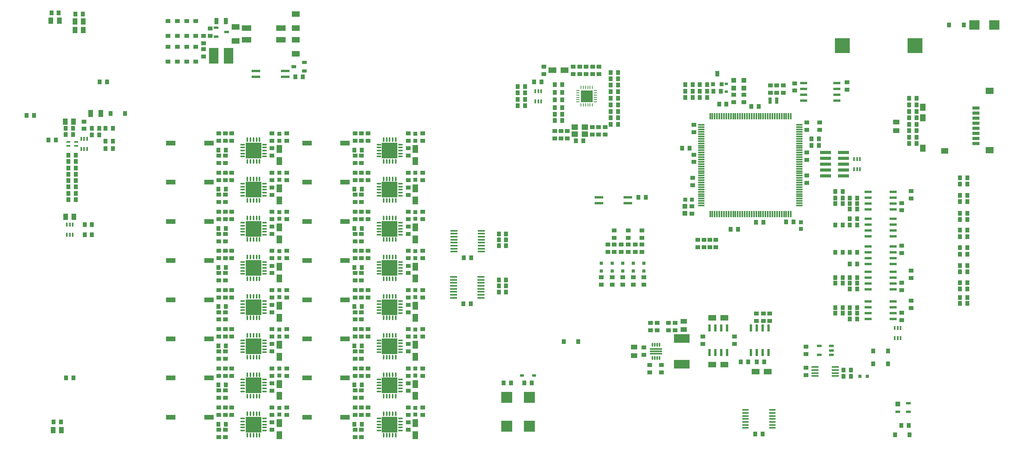
<source format=gtp>
G04*
G04 #@! TF.GenerationSoftware,Altium Limited,Altium Designer,24.7.2 (38)*
G04*
G04 Layer_Color=8421504*
%FSLAX25Y25*%
%MOIN*%
G70*
G04*
G04 #@! TF.SameCoordinates,7466D0F8-E9CD-42B0-AAD5-FE8217CC6D43*
G04*
G04*
G04 #@! TF.FilePolarity,Positive*
G04*
G01*
G75*
%ADD23R,0.03543X0.03937*%
%ADD24R,0.01378X0.05315*%
%ADD25R,0.03937X0.03543*%
%ADD26R,0.03937X0.03740*%
%ADD27R,0.03740X0.03937*%
%ADD28R,0.07087X0.04921*%
%ADD29R,0.03937X0.05906*%
%ADD30R,0.04134X0.05512*%
%ADD31R,0.03740X0.03937*%
%ADD32R,0.03622X0.04252*%
%ADD33R,0.01575X0.03740*%
%ADD34R,0.03543X0.01575*%
%ADD35R,0.03937X0.03740*%
%ADD36R,0.07284X0.02362*%
%ADD37R,0.04252X0.03622*%
%ADD38R,0.07874X0.13780*%
%ADD39R,0.04134X0.02362*%
%ADD40R,0.03740X0.05512*%
%ADD41R,0.07087X0.04528*%
%ADD42R,0.04134X0.02559*%
%ADD43R,0.07874X0.04724*%
%ADD44R,0.03937X0.03937*%
%ADD45R,0.12500X0.12500*%
%ADD46R,0.05512X0.04134*%
%ADD47R,0.09055X0.08465*%
%ADD48R,0.05906X0.03150*%
%ADD49R,0.06693X0.05512*%
%ADD50R,0.04528X0.05906*%
%ADD51R,0.05906X0.04528*%
%ADD52R,0.09449X0.02913*%
%ADD53R,0.02717X0.01102*%
%ADD54R,0.03150X0.02362*%
%ADD55R,0.03150X0.03150*%
%ADD56R,0.02362X0.06102*%
%ADD57R,0.03600X0.03600*%
%ADD58R,0.03600X0.05000*%
%ADD59R,0.09646X0.09252*%
%ADD60R,0.03543X0.01968*%
%ADD61R,0.06299X0.02362*%
%ADD62R,0.13386X0.07284*%
%ADD63O,0.01378X0.04134*%
%ADD64O,0.04134X0.01378*%
%ADD65R,0.13189X0.13189*%
%ADD66R,0.03937X0.03937*%
%ADD67R,0.05906X0.01772*%
%ADD68R,0.04921X0.07087*%
%ADD69R,0.03937X0.03347*%
%ADD70R,0.03740X0.03740*%
%ADD71R,0.08465X0.04331*%
%ADD72R,0.05512X0.04528*%
%ADD73R,0.03150X0.03150*%
%ADD74R,0.03740X0.03740*%
%ADD75R,0.05315X0.01378*%
%ADD76R,0.06102X0.02362*%
%ADD77R,0.04331X0.02362*%
%ADD78R,0.09843X0.09843*%
%ADD79R,0.01102X0.02717*%
%ADD80R,0.05709X0.01772*%
%ADD81R,0.03937X0.02362*%
%ADD82O,0.10827X0.01181*%
%ADD83O,0.01181X0.03347*%
%ADD84R,0.02953X0.05512*%
D23*
X773622Y272047D02*
D03*
X767323D02*
D03*
X773622Y294094D02*
D03*
X767323D02*
D03*
X816929Y201575D02*
D03*
X816929Y207087D02*
D03*
Y231890D02*
D03*
Y237402D02*
D03*
X39370Y269685D02*
D03*
X33071D02*
D03*
X20472Y290551D02*
D03*
X14173D02*
D03*
X471260Y316929D02*
D03*
X464961D02*
D03*
X623622Y79921D02*
D03*
X629921D02*
D03*
X47638Y274410D02*
D03*
X53937D02*
D03*
X87795Y279528D02*
D03*
X81496D02*
D03*
X464961Y297244D02*
D03*
X471260D02*
D03*
Y291732D02*
D03*
X464961D02*
D03*
X55905Y377165D02*
D03*
X62205D02*
D03*
X250000Y323623D02*
D03*
X243701D02*
D03*
X810630Y201575D02*
D03*
X810630Y207087D02*
D03*
X433268Y315354D02*
D03*
X439567D02*
D03*
X433268Y309842D02*
D03*
X439567D02*
D03*
X433268Y304331D02*
D03*
X439567D02*
D03*
X433268Y298819D02*
D03*
X439567D02*
D03*
X464961Y310236D02*
D03*
X471260D02*
D03*
X464961Y303937D02*
D03*
X471260D02*
D03*
X76378Y274016D02*
D03*
X70079D02*
D03*
Y279528D02*
D03*
X76378D02*
D03*
X710630Y225590D02*
D03*
X704331D02*
D03*
X600394Y311417D02*
D03*
X606693D02*
D03*
X716535Y173622D02*
D03*
X722835D02*
D03*
X704331D02*
D03*
X710630D02*
D03*
X438878Y62106D02*
D03*
X445177D02*
D03*
X421161D02*
D03*
X427461D02*
D03*
X542520Y220472D02*
D03*
X536221D02*
D03*
X816929Y172047D02*
D03*
Y177559D02*
D03*
X810630Y172047D02*
D03*
Y177559D02*
D03*
Y142126D02*
D03*
Y147638D02*
D03*
Y231890D02*
D03*
Y237402D02*
D03*
X518898Y288583D02*
D03*
X512598D02*
D03*
X704375Y121653D02*
D03*
X710674D02*
D03*
X704331Y151969D02*
D03*
X710630D02*
D03*
X704331Y147244D02*
D03*
X710630D02*
D03*
X766929Y25591D02*
D03*
X760630D02*
D03*
X423425Y189170D02*
D03*
X417126D02*
D03*
Y150000D02*
D03*
X423425D02*
D03*
Y179134D02*
D03*
X417126D02*
D03*
X423425Y184252D02*
D03*
X417126D02*
D03*
Y144882D02*
D03*
X423425D02*
D03*
X417126Y139764D02*
D03*
X423425D02*
D03*
X177953Y26772D02*
D03*
X184252D02*
D03*
X294094Y127165D02*
D03*
X300394D02*
D03*
X177953Y160630D02*
D03*
X184252D02*
D03*
X300394D02*
D03*
X294094D02*
D03*
X184252Y194095D02*
D03*
X177953D02*
D03*
X300394D02*
D03*
X294094D02*
D03*
X184252Y227559D02*
D03*
X177953D02*
D03*
X300394D02*
D03*
X294094D02*
D03*
X184252Y261024D02*
D03*
X177953D02*
D03*
X300394D02*
D03*
X294094D02*
D03*
X690158Y270472D02*
D03*
X683858D02*
D03*
X63779Y197244D02*
D03*
X70079D02*
D03*
X512598Y327165D02*
D03*
X518898D02*
D03*
X63779Y188583D02*
D03*
X70079D02*
D03*
X722835Y151969D02*
D03*
X716535D02*
D03*
X722835Y121653D02*
D03*
X716535D02*
D03*
X594882Y305906D02*
D03*
X588583D02*
D03*
X722835Y215354D02*
D03*
X716535D02*
D03*
X722835Y147244D02*
D03*
X716535D02*
D03*
X722835Y126378D02*
D03*
X716535D02*
D03*
X722835Y196850D02*
D03*
X716535D02*
D03*
X722835Y220079D02*
D03*
X716535D02*
D03*
X41732Y378346D02*
D03*
X35433D02*
D03*
X37402Y28740D02*
D03*
X43701D02*
D03*
X56299Y224016D02*
D03*
X50000D02*
D03*
X56299Y218504D02*
D03*
X50000D02*
D03*
Y229528D02*
D03*
X56299D02*
D03*
Y235039D02*
D03*
X50000D02*
D03*
X56299Y240158D02*
D03*
X50000D02*
D03*
X56299Y245669D02*
D03*
X50000D02*
D03*
X56299Y251181D02*
D03*
X50000D02*
D03*
X56299Y256693D02*
D03*
X50000D02*
D03*
X711417Y67716D02*
D03*
X717717D02*
D03*
Y72835D02*
D03*
X711417D02*
D03*
X512598Y311024D02*
D03*
X518898D02*
D03*
X512598Y322047D02*
D03*
X518898D02*
D03*
X512598Y316535D02*
D03*
X518898D02*
D03*
X512598Y283071D02*
D03*
X518898D02*
D03*
X512598Y294094D02*
D03*
X518898D02*
D03*
X512598Y299606D02*
D03*
X518898D02*
D03*
X573622Y262598D02*
D03*
X579921D02*
D03*
X816929Y192520D02*
D03*
X810630D02*
D03*
X816929Y187008D02*
D03*
X810630D02*
D03*
X767323Y305118D02*
D03*
X773622D02*
D03*
X767323Y266535D02*
D03*
X773622D02*
D03*
X767323Y299606D02*
D03*
X773622D02*
D03*
X767323Y277559D02*
D03*
X773622D02*
D03*
X767323Y288583D02*
D03*
X773622D02*
D03*
X184252Y127165D02*
D03*
X177953D02*
D03*
X300394Y93701D02*
D03*
X294094D02*
D03*
X184252D02*
D03*
X177953D02*
D03*
X294094Y60236D02*
D03*
X300394D02*
D03*
X184252D02*
D03*
X177953D02*
D03*
X300394Y26772D02*
D03*
X294094D02*
D03*
X683858Y264961D02*
D03*
X690158D02*
D03*
X48031Y66142D02*
D03*
X54331D02*
D03*
X816929Y142126D02*
D03*
X710630Y126378D02*
D03*
X704331D02*
D03*
Y215354D02*
D03*
X710630D02*
D03*
X704331Y220079D02*
D03*
X710630D02*
D03*
Y196850D02*
D03*
X704331D02*
D03*
X810630Y216929D02*
D03*
X816929D02*
D03*
X810630Y222441D02*
D03*
X816929D02*
D03*
X810630Y129921D02*
D03*
X816929D02*
D03*
X810630Y135039D02*
D03*
X816929D02*
D03*
Y147638D02*
D03*
X810630Y157087D02*
D03*
X816929D02*
D03*
X810630Y162205D02*
D03*
X816929D02*
D03*
D24*
X656496Y206201D02*
D03*
X658465D02*
D03*
X666339D02*
D03*
X664370D02*
D03*
X662402D02*
D03*
X660433D02*
D03*
X654528D02*
D03*
X652559D02*
D03*
X650591D02*
D03*
X648622D02*
D03*
X646654D02*
D03*
X644685D02*
D03*
X642717D02*
D03*
X640748D02*
D03*
X638779D02*
D03*
X636811D02*
D03*
X634842D02*
D03*
X632874D02*
D03*
X630905D02*
D03*
X628937D02*
D03*
X626968D02*
D03*
X625000D02*
D03*
X623032D02*
D03*
X621063D02*
D03*
X619095D02*
D03*
X617126D02*
D03*
X615158D02*
D03*
X613189D02*
D03*
X611221D02*
D03*
X609252D02*
D03*
X607283D02*
D03*
X605315D02*
D03*
X603346D02*
D03*
X601378D02*
D03*
X597441D02*
D03*
X599409Y289862D02*
D03*
X601378D02*
D03*
X603346D02*
D03*
X605315D02*
D03*
X607283D02*
D03*
X609252D02*
D03*
X611221D02*
D03*
X613189D02*
D03*
X617126D02*
D03*
X619095D02*
D03*
X621063D02*
D03*
X623032D02*
D03*
X625000D02*
D03*
X626968D02*
D03*
X628937D02*
D03*
X630905D02*
D03*
X632874D02*
D03*
X634842D02*
D03*
X636811D02*
D03*
X638779D02*
D03*
X640748D02*
D03*
X642717D02*
D03*
X644685D02*
D03*
X646654D02*
D03*
X648622D02*
D03*
X650591D02*
D03*
X652559D02*
D03*
X654528D02*
D03*
X656496D02*
D03*
X658465D02*
D03*
X660433D02*
D03*
X662402D02*
D03*
X664370D02*
D03*
X666339D02*
D03*
X615158D02*
D03*
X597441D02*
D03*
X599409Y206201D02*
D03*
D25*
X637008Y114961D02*
D03*
Y121260D02*
D03*
X502756Y332283D02*
D03*
Y325984D02*
D03*
X497244D02*
D03*
Y332283D02*
D03*
X491732D02*
D03*
Y325984D02*
D03*
X165354Y340946D02*
D03*
Y347246D02*
D03*
Y358663D02*
D03*
Y352364D02*
D03*
X170866Y364962D02*
D03*
Y358663D02*
D03*
X768898Y225984D02*
D03*
Y219685D02*
D03*
Y132283D02*
D03*
Y125984D02*
D03*
Y157874D02*
D03*
Y151575D02*
D03*
X513779Y152362D02*
D03*
Y146063D02*
D03*
X531890D02*
D03*
Y152362D02*
D03*
X522835D02*
D03*
Y146063D02*
D03*
X504724D02*
D03*
Y152362D02*
D03*
X540945D02*
D03*
Y146063D02*
D03*
X527559Y192126D02*
D03*
Y185827D02*
D03*
X539370D02*
D03*
Y192126D02*
D03*
X515748Y180315D02*
D03*
Y174016D02*
D03*
Y192126D02*
D03*
Y185827D02*
D03*
X527559Y180315D02*
D03*
Y174016D02*
D03*
X539370D02*
D03*
Y180315D02*
D03*
X690945Y284646D02*
D03*
Y278346D02*
D03*
X669685Y318110D02*
D03*
Y311811D02*
D03*
X178347Y22047D02*
D03*
Y15748D02*
D03*
Y49213D02*
D03*
Y55512D02*
D03*
X294488D02*
D03*
Y49213D02*
D03*
X178347Y88976D02*
D03*
Y82677D02*
D03*
X189370Y68110D02*
D03*
Y74410D02*
D03*
X294488Y88976D02*
D03*
Y82677D02*
D03*
X178347Y122441D02*
D03*
Y116142D02*
D03*
X294488Y122441D02*
D03*
Y116142D02*
D03*
X178347Y155905D02*
D03*
Y149606D02*
D03*
X294488D02*
D03*
Y155905D02*
D03*
X178347Y183071D02*
D03*
Y189370D02*
D03*
X294488Y183071D02*
D03*
Y189370D02*
D03*
X178347Y216535D02*
D03*
Y222835D02*
D03*
X294488Y216535D02*
D03*
Y222835D02*
D03*
X178347Y250000D02*
D03*
Y256299D02*
D03*
X294488Y250000D02*
D03*
Y256299D02*
D03*
X189370Y34646D02*
D03*
Y40945D02*
D03*
X761024Y122047D02*
D03*
Y115748D02*
D03*
Y179291D02*
D03*
Y172992D02*
D03*
X761024Y147638D02*
D03*
Y141339D02*
D03*
X761024Y215748D02*
D03*
Y209449D02*
D03*
X475591Y270866D02*
D03*
Y277165D02*
D03*
X597244Y177953D02*
D03*
Y184252D02*
D03*
X602362Y177953D02*
D03*
Y184252D02*
D03*
X592126Y177953D02*
D03*
Y184252D02*
D03*
X587008Y177953D02*
D03*
Y184252D02*
D03*
X470276Y277264D02*
D03*
Y270965D02*
D03*
X464961Y270866D02*
D03*
Y277165D02*
D03*
X305512Y208268D02*
D03*
Y201969D02*
D03*
Y241732D02*
D03*
Y235433D02*
D03*
X183858Y168504D02*
D03*
Y174803D02*
D03*
X189370Y168504D02*
D03*
Y174803D02*
D03*
X183858Y208268D02*
D03*
Y201969D02*
D03*
X189370Y208268D02*
D03*
Y201969D02*
D03*
X300000Y174803D02*
D03*
Y168504D02*
D03*
Y208268D02*
D03*
Y201969D02*
D03*
X189370Y241732D02*
D03*
Y235433D02*
D03*
X300000Y241732D02*
D03*
Y235433D02*
D03*
X189370Y275197D02*
D03*
Y268898D02*
D03*
X300000Y275197D02*
D03*
Y268898D02*
D03*
X183858Y241732D02*
D03*
Y235433D02*
D03*
Y275197D02*
D03*
Y268898D02*
D03*
X305512Y275197D02*
D03*
Y268898D02*
D03*
Y174803D02*
D03*
Y168504D02*
D03*
X555906Y70867D02*
D03*
Y77166D02*
D03*
X294488Y22047D02*
D03*
Y15748D02*
D03*
X183858Y34646D02*
D03*
Y40945D02*
D03*
X546457Y113386D02*
D03*
Y107087D02*
D03*
X552362Y113386D02*
D03*
Y107087D02*
D03*
X189370Y101575D02*
D03*
Y107874D02*
D03*
X183858Y101575D02*
D03*
Y107874D02*
D03*
X305512Y40945D02*
D03*
Y34646D02*
D03*
X300000Y40945D02*
D03*
Y34646D02*
D03*
X183858Y74410D02*
D03*
Y68110D02*
D03*
X189370Y135039D02*
D03*
Y141339D02*
D03*
X183858Y135039D02*
D03*
Y141339D02*
D03*
X305512Y101575D02*
D03*
Y107874D02*
D03*
X300000Y101575D02*
D03*
Y107874D02*
D03*
X305512Y135039D02*
D03*
Y141339D02*
D03*
X300000Y135039D02*
D03*
Y141339D02*
D03*
Y68110D02*
D03*
Y74410D02*
D03*
X305512Y68110D02*
D03*
Y74410D02*
D03*
D26*
X642913Y114961D02*
D03*
Y121260D02*
D03*
X648425D02*
D03*
Y114961D02*
D03*
X486221Y325984D02*
D03*
Y332283D02*
D03*
X455512Y325984D02*
D03*
Y332283D02*
D03*
X63386Y285433D02*
D03*
Y279134D02*
D03*
X510201Y174016D02*
D03*
Y180315D02*
D03*
X521654Y174016D02*
D03*
Y180315D02*
D03*
X533464D02*
D03*
Y174016D02*
D03*
X591339Y101575D02*
D03*
Y95276D02*
D03*
X618110D02*
D03*
Y101575D02*
D03*
X714173Y318898D02*
D03*
Y312598D02*
D03*
X679921Y278346D02*
D03*
Y284646D02*
D03*
X583465Y282677D02*
D03*
Y276378D02*
D03*
X223622Y28248D02*
D03*
Y21949D02*
D03*
X339764Y55413D02*
D03*
Y61713D02*
D03*
X223622Y95177D02*
D03*
Y88878D02*
D03*
X339764Y95177D02*
D03*
Y88878D02*
D03*
X223622Y128642D02*
D03*
Y122343D02*
D03*
X339764Y128642D02*
D03*
Y122343D02*
D03*
X223622Y162106D02*
D03*
Y155807D02*
D03*
X339764D02*
D03*
Y162106D02*
D03*
X223622Y189272D02*
D03*
Y195571D02*
D03*
X339764Y189272D02*
D03*
Y195571D02*
D03*
X223622Y222736D02*
D03*
Y229035D02*
D03*
Y34646D02*
D03*
Y40945D02*
D03*
X339764Y241732D02*
D03*
Y235433D02*
D03*
Y222736D02*
D03*
Y229035D02*
D03*
X300000Y22047D02*
D03*
Y15748D02*
D03*
X223622Y275197D02*
D03*
Y268898D02*
D03*
Y256201D02*
D03*
Y262500D02*
D03*
X339764Y275197D02*
D03*
Y268898D02*
D03*
Y256201D02*
D03*
Y262500D02*
D03*
X223622Y168504D02*
D03*
Y174803D02*
D03*
X496850Y280709D02*
D03*
Y274409D02*
D03*
X659842Y309842D02*
D03*
Y316142D02*
D03*
X679134Y86614D02*
D03*
Y92913D02*
D03*
X502362Y280709D02*
D03*
Y274409D02*
D03*
X583465Y257087D02*
D03*
Y250787D02*
D03*
X679921Y239370D02*
D03*
Y233071D02*
D03*
Y252756D02*
D03*
Y259055D02*
D03*
X582677Y237402D02*
D03*
Y231102D02*
D03*
X581890Y206693D02*
D03*
Y212992D02*
D03*
X679134Y74803D02*
D03*
Y68504D02*
D03*
X617717Y308268D02*
D03*
Y301969D02*
D03*
X626378Y308268D02*
D03*
Y301969D02*
D03*
X507874Y274409D02*
D03*
Y280709D02*
D03*
X339764Y201969D02*
D03*
Y208268D02*
D03*
X183858Y149606D02*
D03*
Y155905D02*
D03*
X300000D02*
D03*
Y149606D02*
D03*
X183858Y189370D02*
D03*
Y183071D02*
D03*
Y222835D02*
D03*
Y216535D02*
D03*
X300000Y189370D02*
D03*
Y183071D02*
D03*
X223622Y201969D02*
D03*
Y208268D02*
D03*
X300000Y222835D02*
D03*
Y216535D02*
D03*
X223622Y235433D02*
D03*
Y241732D02*
D03*
X300000Y256299D02*
D03*
Y250000D02*
D03*
X183858Y256299D02*
D03*
Y250000D02*
D03*
X339764Y168504D02*
D03*
Y174803D02*
D03*
Y141339D02*
D03*
Y135039D02*
D03*
X223622Y141339D02*
D03*
Y135039D02*
D03*
X339764Y107874D02*
D03*
Y101575D02*
D03*
X223622Y107874D02*
D03*
Y101575D02*
D03*
X339764Y68110D02*
D03*
Y74410D02*
D03*
X223622D02*
D03*
Y68110D02*
D03*
X339764Y40945D02*
D03*
Y34646D02*
D03*
X183858Y15748D02*
D03*
Y22047D02*
D03*
X223622Y55413D02*
D03*
Y61713D02*
D03*
X339764Y21949D02*
D03*
Y28248D02*
D03*
X300000Y116142D02*
D03*
Y122441D02*
D03*
X183858Y116142D02*
D03*
Y122441D02*
D03*
X300000Y82677D02*
D03*
Y88976D02*
D03*
X183858Y82677D02*
D03*
Y88976D02*
D03*
X300000Y55512D02*
D03*
Y49213D02*
D03*
X183858D02*
D03*
Y55512D02*
D03*
X654331Y309842D02*
D03*
Y316142D02*
D03*
X567717Y113386D02*
D03*
Y107087D02*
D03*
X561811Y113386D02*
D03*
Y107087D02*
D03*
X546063Y70867D02*
D03*
Y77166D02*
D03*
X540945Y92126D02*
D03*
Y85827D02*
D03*
X648819Y309842D02*
D03*
Y316142D02*
D03*
D27*
X637402Y79921D02*
D03*
X643701D02*
D03*
X81496Y268504D02*
D03*
X87795D02*
D03*
X464862Y286221D02*
D03*
X471161D02*
D03*
X76673Y319291D02*
D03*
X82972D02*
D03*
X453543Y319390D02*
D03*
X447244D02*
D03*
X611417Y300394D02*
D03*
X605118D02*
D03*
X773622Y283071D02*
D03*
X767323D02*
D03*
X393701Y168898D02*
D03*
X387402D02*
D03*
X393307Y129528D02*
D03*
X387008D02*
D03*
X662205Y199606D02*
D03*
X668504D02*
D03*
X483071Y268898D02*
D03*
X489370D02*
D03*
X614961Y193307D02*
D03*
X621260D02*
D03*
X636614Y199213D02*
D03*
X642913D02*
D03*
X638976Y298425D02*
D03*
X632677D02*
D03*
X716535Y202362D02*
D03*
X722835D02*
D03*
Y142126D02*
D03*
X716535D02*
D03*
X722835Y210630D02*
D03*
X716535D02*
D03*
X722835Y163779D02*
D03*
X716535D02*
D03*
X722835Y116535D02*
D03*
X716535D02*
D03*
X594882Y311417D02*
D03*
X588583D02*
D03*
X582677D02*
D03*
X576378D02*
D03*
X594882Y316929D02*
D03*
X588583D02*
D03*
X582677Y305906D02*
D03*
X576378D02*
D03*
X518898Y305118D02*
D03*
X512598D02*
D03*
X636024Y18209D02*
D03*
X642323D02*
D03*
D28*
X646457Y71751D02*
D03*
X636221D02*
D03*
X473228Y329134D02*
D03*
X462992D02*
D03*
X609449Y117717D02*
D03*
X599213D02*
D03*
Y77559D02*
D03*
X609449D02*
D03*
D29*
X77559Y292126D02*
D03*
X68898D02*
D03*
D30*
X47244Y285433D02*
D03*
X54331D02*
D03*
X55512Y363779D02*
D03*
X62598D02*
D03*
Y370866D02*
D03*
X55512D02*
D03*
X42126Y371654D02*
D03*
X35039Y371654D02*
D03*
X37008Y21654D02*
D03*
X44094D02*
D03*
X47638Y203937D02*
D03*
X54724D02*
D03*
D31*
X53937Y279528D02*
D03*
X47638D02*
D03*
X87795Y262205D02*
D03*
X81496D02*
D03*
X582677Y316929D02*
D03*
X576378D02*
D03*
D32*
X98425Y292126D02*
D03*
X85827D02*
D03*
X813780Y368110D02*
D03*
X801181D02*
D03*
X749213Y89370D02*
D03*
X736614D02*
D03*
X472441Y97244D02*
D03*
X485039D02*
D03*
X767717Y17717D02*
D03*
X755118D02*
D03*
X736614Y78347D02*
D03*
X749213D02*
D03*
D33*
X65945Y262008D02*
D03*
Y270669D02*
D03*
X60827D02*
D03*
X63386Y270669D02*
D03*
Y262008D02*
D03*
X60827Y262008D02*
D03*
X448228Y311319D02*
D03*
X450787D02*
D03*
X453346D02*
D03*
Y302658D02*
D03*
X450787D02*
D03*
X448228D02*
D03*
X725394Y244488D02*
D03*
X722835D02*
D03*
X720276D02*
D03*
Y253150D02*
D03*
X722835D02*
D03*
X725394D02*
D03*
X53740Y188583D02*
D03*
X51181D02*
D03*
X48622D02*
D03*
Y197244D02*
D03*
X51181D02*
D03*
X53740D02*
D03*
X760039Y100394D02*
D03*
X757480D02*
D03*
X754921D02*
D03*
Y109055D02*
D03*
X757480D02*
D03*
X760039D02*
D03*
D34*
X56496Y267913D02*
D03*
Y264764D02*
D03*
X49803Y267913D02*
D03*
Y264764D02*
D03*
D35*
X480709Y325984D02*
D03*
Y332283D02*
D03*
X236221Y40945D02*
D03*
Y34646D02*
D03*
X352362Y275197D02*
D03*
Y268898D02*
D03*
X236221Y168504D02*
D03*
Y174803D02*
D03*
X352362Y201969D02*
D03*
Y208268D02*
D03*
Y168504D02*
D03*
Y174803D02*
D03*
Y235433D02*
D03*
Y241732D02*
D03*
X236221Y201969D02*
D03*
Y208268D02*
D03*
Y235433D02*
D03*
Y241732D02*
D03*
Y268898D02*
D03*
Y275197D02*
D03*
Y107874D02*
D03*
Y101575D02*
D03*
X352362Y40945D02*
D03*
Y34646D02*
D03*
X236221Y74410D02*
D03*
Y68110D02*
D03*
Y141339D02*
D03*
Y135039D02*
D03*
X352362Y107874D02*
D03*
Y101575D02*
D03*
Y141339D02*
D03*
Y135039D02*
D03*
Y68110D02*
D03*
Y74410D02*
D03*
D36*
X210039Y323486D02*
D03*
Y328486D02*
D03*
X234842D02*
D03*
Y323486D02*
D03*
X502559Y220610D02*
D03*
Y215610D02*
D03*
X527362D02*
D03*
Y220610D02*
D03*
D37*
X158661Y371261D02*
D03*
Y358663D02*
D03*
X150787Y371261D02*
D03*
Y358663D02*
D03*
X142913Y371261D02*
D03*
Y358663D02*
D03*
X135039Y371261D02*
D03*
Y358663D02*
D03*
Y349214D02*
D03*
Y336616D02*
D03*
X142913D02*
D03*
Y349214D02*
D03*
X150787D02*
D03*
Y336616D02*
D03*
X158661Y349214D02*
D03*
Y336616D02*
D03*
D38*
X186614Y341734D02*
D03*
X174016D02*
D03*
D39*
X184843Y361812D02*
D03*
X175787Y358072D02*
D03*
Y365553D02*
D03*
D40*
X184252Y371261D02*
D03*
X176378D02*
D03*
D41*
X192520Y366143D02*
D03*
Y354332D02*
D03*
X244094Y355120D02*
D03*
Y343309D02*
D03*
X244094Y365354D02*
D03*
Y377165D02*
D03*
D42*
X251378Y328545D02*
D03*
Y336025D02*
D03*
X242323Y332285D02*
D03*
D43*
X231299Y355238D02*
D03*
X201772D02*
D03*
X231299Y365238D02*
D03*
X201772D02*
D03*
D44*
X626378Y313976D02*
D03*
X617717D02*
D03*
Y320669D02*
D03*
X626378D02*
D03*
D45*
X710345Y350394D02*
D03*
X772333D02*
D03*
D46*
X756283Y284826D02*
D03*
Y277740D02*
D03*
X532678Y92520D02*
D03*
Y85433D02*
D03*
X574803Y114567D02*
D03*
Y107481D02*
D03*
D47*
X839961Y368110D02*
D03*
X823032D02*
D03*
D48*
X824409Y296850D02*
D03*
Y292520D02*
D03*
Y288189D02*
D03*
Y283858D02*
D03*
Y279527D02*
D03*
Y275197D02*
D03*
Y270866D02*
D03*
Y266535D02*
D03*
D49*
X835827Y311614D02*
D03*
Y260827D02*
D03*
D50*
X778839Y297638D02*
D03*
Y288583D02*
D03*
Y262598D02*
D03*
D51*
X797441Y260335D02*
D03*
D52*
X711221Y258819D02*
D03*
Y253819D02*
D03*
Y248819D02*
D03*
Y243819D02*
D03*
Y238819D02*
D03*
X695866Y258819D02*
D03*
Y253819D02*
D03*
Y248819D02*
D03*
Y243819D02*
D03*
Y238819D02*
D03*
D53*
X484646Y304134D02*
D03*
Y306102D02*
D03*
Y310039D02*
D03*
Y308071D02*
D03*
Y302165D02*
D03*
Y312008D02*
D03*
X499606D02*
D03*
Y310039D02*
D03*
Y308071D02*
D03*
Y306102D02*
D03*
Y304134D02*
D03*
Y302165D02*
D03*
D54*
X611417Y310827D02*
D03*
Y317520D02*
D03*
D55*
X504724Y164272D02*
D03*
Y157776D02*
D03*
X531890D02*
D03*
Y164272D02*
D03*
X540945D02*
D03*
Y157776D02*
D03*
X522835Y164272D02*
D03*
Y157776D02*
D03*
X513779D02*
D03*
Y164272D02*
D03*
D56*
X596831Y87795D02*
D03*
X601831D02*
D03*
X606831D02*
D03*
X611831D02*
D03*
X596831Y109055D02*
D03*
X601831D02*
D03*
X606831D02*
D03*
X611831D02*
D03*
X632264Y87795D02*
D03*
X637264D02*
D03*
X642264D02*
D03*
X647264D02*
D03*
X632264Y109055D02*
D03*
X637264D02*
D03*
X642264D02*
D03*
X647264D02*
D03*
D57*
X607293Y317154D02*
D03*
X599793D02*
D03*
D58*
X603543Y326153D02*
D03*
D59*
X423917Y49508D02*
D03*
Y25098D02*
D03*
X443209Y49508D02*
D03*
Y25098D02*
D03*
D60*
X447146Y68405D02*
D03*
X436909D02*
D03*
D61*
X705512Y318130D02*
D03*
Y313130D02*
D03*
Y308130D02*
D03*
Y303130D02*
D03*
X677165D02*
D03*
Y308130D02*
D03*
Y313130D02*
D03*
Y318130D02*
D03*
D62*
X573229Y78052D02*
D03*
Y99902D02*
D03*
D63*
X212992Y169488D02*
D03*
X210433D02*
D03*
X207874D02*
D03*
X205315D02*
D03*
X202756D02*
D03*
Y150984D02*
D03*
X205315D02*
D03*
X207874D02*
D03*
X210433D02*
D03*
X212992D02*
D03*
X329134Y17126D02*
D03*
X326575D02*
D03*
X324016D02*
D03*
X321457D02*
D03*
X318898D02*
D03*
Y35630D02*
D03*
X321457D02*
D03*
X324016D02*
D03*
X326575D02*
D03*
X329134D02*
D03*
Y236417D02*
D03*
X326575D02*
D03*
X324016D02*
D03*
X321457D02*
D03*
X318898D02*
D03*
Y217913D02*
D03*
X321457D02*
D03*
X324016D02*
D03*
X326575D02*
D03*
X329134D02*
D03*
Y202953D02*
D03*
X326575D02*
D03*
X324016D02*
D03*
X321457D02*
D03*
X318898D02*
D03*
Y184449D02*
D03*
X321457D02*
D03*
X324016D02*
D03*
X326575D02*
D03*
X329134D02*
D03*
Y169488D02*
D03*
X326575D02*
D03*
X324016D02*
D03*
X321457D02*
D03*
X318898D02*
D03*
Y150984D02*
D03*
X321457D02*
D03*
X324016D02*
D03*
X326575D02*
D03*
X329134D02*
D03*
Y269882D02*
D03*
X326575D02*
D03*
X324016D02*
D03*
X321457D02*
D03*
X318898D02*
D03*
Y251378D02*
D03*
X321457D02*
D03*
X324016D02*
D03*
X326575D02*
D03*
X329134D02*
D03*
X212992Y236417D02*
D03*
X210433D02*
D03*
X207874D02*
D03*
X205315D02*
D03*
X202756D02*
D03*
Y217913D02*
D03*
X205315D02*
D03*
X207874D02*
D03*
X210433D02*
D03*
X212992D02*
D03*
Y202953D02*
D03*
X210433D02*
D03*
X207874D02*
D03*
X205315D02*
D03*
X202756D02*
D03*
Y184449D02*
D03*
X205315D02*
D03*
X207874D02*
D03*
X210433D02*
D03*
X212992D02*
D03*
Y269882D02*
D03*
X210433D02*
D03*
X207874D02*
D03*
X205315D02*
D03*
X202756D02*
D03*
Y251378D02*
D03*
X205315D02*
D03*
X207874D02*
D03*
X210433D02*
D03*
X212992D02*
D03*
X329134Y117520D02*
D03*
X326575D02*
D03*
X324016D02*
D03*
X321457D02*
D03*
X318898D02*
D03*
Y136024D02*
D03*
X321457D02*
D03*
X324016D02*
D03*
X326575D02*
D03*
X329134D02*
D03*
X212992Y117520D02*
D03*
X210433D02*
D03*
X207874D02*
D03*
X205315D02*
D03*
X202756D02*
D03*
Y136024D02*
D03*
X205315D02*
D03*
X207874D02*
D03*
X210433D02*
D03*
X212992D02*
D03*
X329134Y84055D02*
D03*
X326575D02*
D03*
X324016D02*
D03*
X321457D02*
D03*
X318898D02*
D03*
Y102559D02*
D03*
X321457D02*
D03*
X324016D02*
D03*
X326575D02*
D03*
X329134D02*
D03*
X212992Y84055D02*
D03*
X210433D02*
D03*
X207874D02*
D03*
X205315D02*
D03*
X202756D02*
D03*
Y102559D02*
D03*
X205315D02*
D03*
X207874D02*
D03*
X210433D02*
D03*
X212992D02*
D03*
X329134Y69095D02*
D03*
X326575D02*
D03*
X324016D02*
D03*
X321457D02*
D03*
X318898D02*
D03*
Y50591D02*
D03*
X321457D02*
D03*
X324016D02*
D03*
X326575D02*
D03*
X329134D02*
D03*
X212992D02*
D03*
X210433D02*
D03*
X207874D02*
D03*
X205315D02*
D03*
X202756D02*
D03*
Y69095D02*
D03*
X205315D02*
D03*
X207874D02*
D03*
X210433D02*
D03*
X212992D02*
D03*
Y17126D02*
D03*
X210433D02*
D03*
X207874D02*
D03*
X205315D02*
D03*
X202756D02*
D03*
Y35630D02*
D03*
X205315D02*
D03*
X207874D02*
D03*
X210433D02*
D03*
X212992D02*
D03*
D64*
X198622Y165354D02*
D03*
Y162795D02*
D03*
Y160236D02*
D03*
Y157677D02*
D03*
Y155118D02*
D03*
X217126D02*
D03*
Y157677D02*
D03*
Y160236D02*
D03*
Y162795D02*
D03*
Y165354D02*
D03*
X333268Y31496D02*
D03*
Y28937D02*
D03*
Y26378D02*
D03*
Y23819D02*
D03*
Y21260D02*
D03*
X314764D02*
D03*
Y23819D02*
D03*
Y26378D02*
D03*
Y28937D02*
D03*
Y31496D02*
D03*
Y232283D02*
D03*
Y229724D02*
D03*
Y227165D02*
D03*
Y224606D02*
D03*
Y222047D02*
D03*
X333268D02*
D03*
Y224606D02*
D03*
Y227165D02*
D03*
Y229724D02*
D03*
Y232283D02*
D03*
X314764Y198819D02*
D03*
Y196260D02*
D03*
Y193701D02*
D03*
Y191142D02*
D03*
Y188583D02*
D03*
X333268D02*
D03*
Y191142D02*
D03*
Y193701D02*
D03*
Y196260D02*
D03*
Y198819D02*
D03*
X314764Y165354D02*
D03*
Y162795D02*
D03*
Y160236D02*
D03*
Y157677D02*
D03*
Y155118D02*
D03*
X333268D02*
D03*
Y157677D02*
D03*
Y160236D02*
D03*
Y162795D02*
D03*
Y165354D02*
D03*
X314764Y265748D02*
D03*
Y263189D02*
D03*
Y260630D02*
D03*
Y258071D02*
D03*
Y255512D02*
D03*
X333268D02*
D03*
Y258071D02*
D03*
Y260630D02*
D03*
Y263189D02*
D03*
Y265748D02*
D03*
X198622Y232283D02*
D03*
Y229724D02*
D03*
Y227165D02*
D03*
Y224606D02*
D03*
Y222047D02*
D03*
X217126D02*
D03*
Y224606D02*
D03*
Y227165D02*
D03*
Y229724D02*
D03*
Y232283D02*
D03*
X198622Y198819D02*
D03*
Y196260D02*
D03*
Y193701D02*
D03*
Y191142D02*
D03*
Y188583D02*
D03*
X217126D02*
D03*
Y191142D02*
D03*
Y193701D02*
D03*
Y196260D02*
D03*
Y198819D02*
D03*
X198622Y265748D02*
D03*
Y263189D02*
D03*
Y260630D02*
D03*
Y258071D02*
D03*
Y255512D02*
D03*
X217126D02*
D03*
Y258071D02*
D03*
Y260630D02*
D03*
Y263189D02*
D03*
Y265748D02*
D03*
X333268Y131890D02*
D03*
Y129331D02*
D03*
Y126772D02*
D03*
Y124213D02*
D03*
Y121654D02*
D03*
X314764D02*
D03*
Y124213D02*
D03*
Y126772D02*
D03*
Y129331D02*
D03*
Y131890D02*
D03*
X217126D02*
D03*
Y129331D02*
D03*
Y126772D02*
D03*
Y124213D02*
D03*
Y121654D02*
D03*
X198622D02*
D03*
Y124213D02*
D03*
Y126772D02*
D03*
Y129331D02*
D03*
Y131890D02*
D03*
X333268Y98425D02*
D03*
Y95866D02*
D03*
Y93307D02*
D03*
Y90748D02*
D03*
Y88189D02*
D03*
X314764D02*
D03*
Y90748D02*
D03*
Y93307D02*
D03*
Y95866D02*
D03*
Y98425D02*
D03*
X217126D02*
D03*
Y95866D02*
D03*
Y93307D02*
D03*
Y90748D02*
D03*
Y88189D02*
D03*
X198622D02*
D03*
Y90748D02*
D03*
Y93307D02*
D03*
Y95866D02*
D03*
Y98425D02*
D03*
X314764Y64961D02*
D03*
Y62402D02*
D03*
Y59842D02*
D03*
Y57284D02*
D03*
Y54724D02*
D03*
X333268D02*
D03*
Y57284D02*
D03*
Y59842D02*
D03*
Y62402D02*
D03*
Y64961D02*
D03*
X217126D02*
D03*
Y62402D02*
D03*
Y59842D02*
D03*
Y57284D02*
D03*
Y54724D02*
D03*
X198622D02*
D03*
Y57284D02*
D03*
Y59842D02*
D03*
Y62402D02*
D03*
Y64961D02*
D03*
X217126Y31496D02*
D03*
Y28937D02*
D03*
Y26378D02*
D03*
Y23819D02*
D03*
Y21260D02*
D03*
X198622D02*
D03*
Y23819D02*
D03*
Y26378D02*
D03*
Y28937D02*
D03*
Y31496D02*
D03*
D65*
X207874Y160236D02*
D03*
X324016Y26378D02*
D03*
Y227165D02*
D03*
Y193701D02*
D03*
Y160236D02*
D03*
Y260630D02*
D03*
X207874Y227165D02*
D03*
Y193701D02*
D03*
Y260630D02*
D03*
X324016Y126772D02*
D03*
X207874D02*
D03*
X324016Y93307D02*
D03*
X207874D02*
D03*
X324016Y59842D02*
D03*
X207874D02*
D03*
Y26378D02*
D03*
D66*
X575984Y206890D02*
D03*
Y212795D02*
D03*
X757677Y43898D02*
D03*
D67*
X402165Y174114D02*
D03*
Y176673D02*
D03*
Y179232D02*
D03*
Y181791D02*
D03*
Y184350D02*
D03*
Y186909D02*
D03*
Y189469D02*
D03*
Y192027D02*
D03*
X378937D02*
D03*
Y189469D02*
D03*
Y186909D02*
D03*
Y184350D02*
D03*
Y181791D02*
D03*
Y179232D02*
D03*
Y176673D02*
D03*
Y174114D02*
D03*
X401772Y134744D02*
D03*
Y137303D02*
D03*
Y139862D02*
D03*
Y142421D02*
D03*
Y144980D02*
D03*
Y147539D02*
D03*
Y150098D02*
D03*
Y152657D02*
D03*
X378543D02*
D03*
Y150098D02*
D03*
Y147539D02*
D03*
Y144980D02*
D03*
Y142421D02*
D03*
Y139862D02*
D03*
Y137303D02*
D03*
Y134744D02*
D03*
X704331Y67815D02*
D03*
Y70374D02*
D03*
Y72933D02*
D03*
Y75492D02*
D03*
X687008D02*
D03*
Y72933D02*
D03*
Y70374D02*
D03*
Y67815D02*
D03*
D68*
X346063Y27559D02*
D03*
Y17323D02*
D03*
X229921Y261811D02*
D03*
Y251575D02*
D03*
X346063Y184646D02*
D03*
Y194882D02*
D03*
Y151181D02*
D03*
Y161417D02*
D03*
Y218110D02*
D03*
Y228346D02*
D03*
X229921Y161417D02*
D03*
Y151181D02*
D03*
Y184646D02*
D03*
Y194882D02*
D03*
Y218110D02*
D03*
Y228346D02*
D03*
X346063Y251575D02*
D03*
Y261811D02*
D03*
X229921Y27559D02*
D03*
Y17323D02*
D03*
Y94488D02*
D03*
Y84252D02*
D03*
Y50787D02*
D03*
Y61024D02*
D03*
Y127953D02*
D03*
Y117717D02*
D03*
X346063Y94488D02*
D03*
Y84252D02*
D03*
Y127953D02*
D03*
Y117717D02*
D03*
Y61024D02*
D03*
Y50787D02*
D03*
D69*
X178347Y40945D02*
D03*
Y34646D02*
D03*
Y168504D02*
D03*
Y174803D02*
D03*
X294488D02*
D03*
Y168504D02*
D03*
X178347Y208268D02*
D03*
Y201969D02*
D03*
X294488Y208268D02*
D03*
Y201969D02*
D03*
X178347Y241732D02*
D03*
Y235433D02*
D03*
X294488Y241732D02*
D03*
Y235433D02*
D03*
X178347Y275197D02*
D03*
Y268898D02*
D03*
X294488Y275197D02*
D03*
Y268898D02*
D03*
X178347Y107874D02*
D03*
Y101575D02*
D03*
X294488Y40945D02*
D03*
Y34646D02*
D03*
X178347Y74410D02*
D03*
Y68110D02*
D03*
Y141339D02*
D03*
Y135039D02*
D03*
X294488Y107874D02*
D03*
Y101575D02*
D03*
Y141339D02*
D03*
Y135039D02*
D03*
Y68110D02*
D03*
Y74410D02*
D03*
D70*
X229921Y34843D02*
D03*
Y40748D02*
D03*
X346063Y168701D02*
D03*
Y174606D02*
D03*
X229921Y202165D02*
D03*
Y208071D02*
D03*
X346063Y202165D02*
D03*
Y208071D02*
D03*
X229921Y235630D02*
D03*
Y241535D02*
D03*
X346063Y235630D02*
D03*
Y241535D02*
D03*
X229921Y269094D02*
D03*
Y275000D02*
D03*
X346063Y269094D02*
D03*
Y275000D02*
D03*
X674803Y199409D02*
D03*
Y193504D02*
D03*
X229921Y168701D02*
D03*
Y174606D02*
D03*
X346063Y135236D02*
D03*
Y141142D02*
D03*
X229921Y135236D02*
D03*
Y141142D02*
D03*
X346063Y101772D02*
D03*
Y107677D02*
D03*
X229921Y101772D02*
D03*
Y107677D02*
D03*
X346063Y74213D02*
D03*
Y68307D02*
D03*
X229921D02*
D03*
Y74213D02*
D03*
X346063Y34843D02*
D03*
Y40748D02*
D03*
D71*
X137303Y66142D02*
D03*
X169783D02*
D03*
X137303Y32677D02*
D03*
X169783D02*
D03*
X137303Y200000D02*
D03*
X169783D02*
D03*
X253445Y166535D02*
D03*
X285925D02*
D03*
X253445Y200000D02*
D03*
X285925D02*
D03*
X253445Y233464D02*
D03*
X285925D02*
D03*
X137303D02*
D03*
X169783D02*
D03*
X137303Y266929D02*
D03*
X169783D02*
D03*
Y166535D02*
D03*
X137303D02*
D03*
X253445Y266929D02*
D03*
X285925D02*
D03*
Y133071D02*
D03*
X253445D02*
D03*
X169783D02*
D03*
X137303D02*
D03*
X285925Y99606D02*
D03*
X253445D02*
D03*
X169783D02*
D03*
X137303D02*
D03*
X285925Y66142D02*
D03*
X253445D02*
D03*
Y32677D02*
D03*
X285925D02*
D03*
D72*
X490650Y280750D02*
D03*
X481988D02*
D03*
Y274451D02*
D03*
X490650D02*
D03*
D73*
X725098Y67716D02*
D03*
X731595D02*
D03*
D74*
X576181Y218504D02*
D03*
X582087D02*
D03*
D75*
X673721Y219488D02*
D03*
Y282480D02*
D03*
Y280512D02*
D03*
Y278543D02*
D03*
Y276575D02*
D03*
Y274606D02*
D03*
Y272638D02*
D03*
Y270669D02*
D03*
Y268701D02*
D03*
Y266732D02*
D03*
Y264764D02*
D03*
Y262795D02*
D03*
Y260827D02*
D03*
Y258858D02*
D03*
Y256890D02*
D03*
Y254921D02*
D03*
Y249016D02*
D03*
Y245079D02*
D03*
Y243110D02*
D03*
Y241142D02*
D03*
Y239173D02*
D03*
Y237205D02*
D03*
Y235236D02*
D03*
Y233268D02*
D03*
Y231299D02*
D03*
Y229331D02*
D03*
Y227362D02*
D03*
Y225394D02*
D03*
Y223425D02*
D03*
Y221457D02*
D03*
Y217520D02*
D03*
Y215551D02*
D03*
Y213583D02*
D03*
X590059D02*
D03*
Y215551D02*
D03*
Y217520D02*
D03*
Y219488D02*
D03*
Y221457D02*
D03*
Y223425D02*
D03*
Y225394D02*
D03*
Y227362D02*
D03*
Y229331D02*
D03*
Y231299D02*
D03*
Y233268D02*
D03*
Y235236D02*
D03*
Y237205D02*
D03*
Y239173D02*
D03*
Y241142D02*
D03*
Y243110D02*
D03*
Y245079D02*
D03*
Y247047D02*
D03*
Y249016D02*
D03*
Y250984D02*
D03*
Y252953D02*
D03*
Y254921D02*
D03*
Y256890D02*
D03*
Y258858D02*
D03*
Y260827D02*
D03*
Y262795D02*
D03*
Y264764D02*
D03*
Y270669D02*
D03*
Y272638D02*
D03*
Y274606D02*
D03*
Y276575D02*
D03*
Y278543D02*
D03*
Y280512D02*
D03*
Y282480D02*
D03*
X673721Y252953D02*
D03*
X590059Y268701D02*
D03*
Y266732D02*
D03*
X673721Y247047D02*
D03*
Y250984D02*
D03*
D76*
X753543Y163760D02*
D03*
Y168760D02*
D03*
Y152106D02*
D03*
Y157106D02*
D03*
Y142106D02*
D03*
Y147106D02*
D03*
Y126516D02*
D03*
Y131516D02*
D03*
Y116516D02*
D03*
Y121516D02*
D03*
X732283Y178760D02*
D03*
Y173760D02*
D03*
Y168760D02*
D03*
Y163760D02*
D03*
X753543Y178760D02*
D03*
Y173760D02*
D03*
X732283Y131516D02*
D03*
Y126516D02*
D03*
Y121516D02*
D03*
Y116516D02*
D03*
Y142106D02*
D03*
Y147106D02*
D03*
Y152106D02*
D03*
Y157106D02*
D03*
Y202382D02*
D03*
Y197382D02*
D03*
Y192382D02*
D03*
Y187382D02*
D03*
X753543Y202382D02*
D03*
Y197382D02*
D03*
Y192382D02*
D03*
Y187382D02*
D03*
Y210216D02*
D03*
Y215216D02*
D03*
Y220216D02*
D03*
Y225217D02*
D03*
X732283Y210216D02*
D03*
Y215216D02*
D03*
Y220216D02*
D03*
Y225217D02*
D03*
D77*
X690551Y86024D02*
D03*
Y93504D02*
D03*
X700787D02*
D03*
Y89764D02*
D03*
Y86024D02*
D03*
D78*
X492126Y307087D02*
D03*
D79*
X493110Y314567D02*
D03*
X495079D02*
D03*
X497047D02*
D03*
Y299606D02*
D03*
X495079D02*
D03*
X493110D02*
D03*
X491142D02*
D03*
X489173D02*
D03*
X487205D02*
D03*
X491142Y314567D02*
D03*
X489173D02*
D03*
X487205D02*
D03*
D80*
X627756Y23524D02*
D03*
Y26083D02*
D03*
Y28642D02*
D03*
Y31201D02*
D03*
Y33760D02*
D03*
Y36319D02*
D03*
Y38878D02*
D03*
X650591D02*
D03*
Y36319D02*
D03*
Y33760D02*
D03*
Y31201D02*
D03*
Y28642D02*
D03*
Y26083D02*
D03*
Y23524D02*
D03*
D81*
X757677Y37205D02*
D03*
X766732D02*
D03*
Y44685D02*
D03*
D82*
X551181Y87008D02*
D03*
Y88977D02*
D03*
Y90945D02*
D03*
D83*
X554134Y83268D02*
D03*
X552165D02*
D03*
X550197D02*
D03*
X548228D02*
D03*
Y94685D02*
D03*
X550197D02*
D03*
X552165D02*
D03*
X554134D02*
D03*
D84*
X654429Y303150D02*
D03*
X648721D02*
D03*
M02*

</source>
